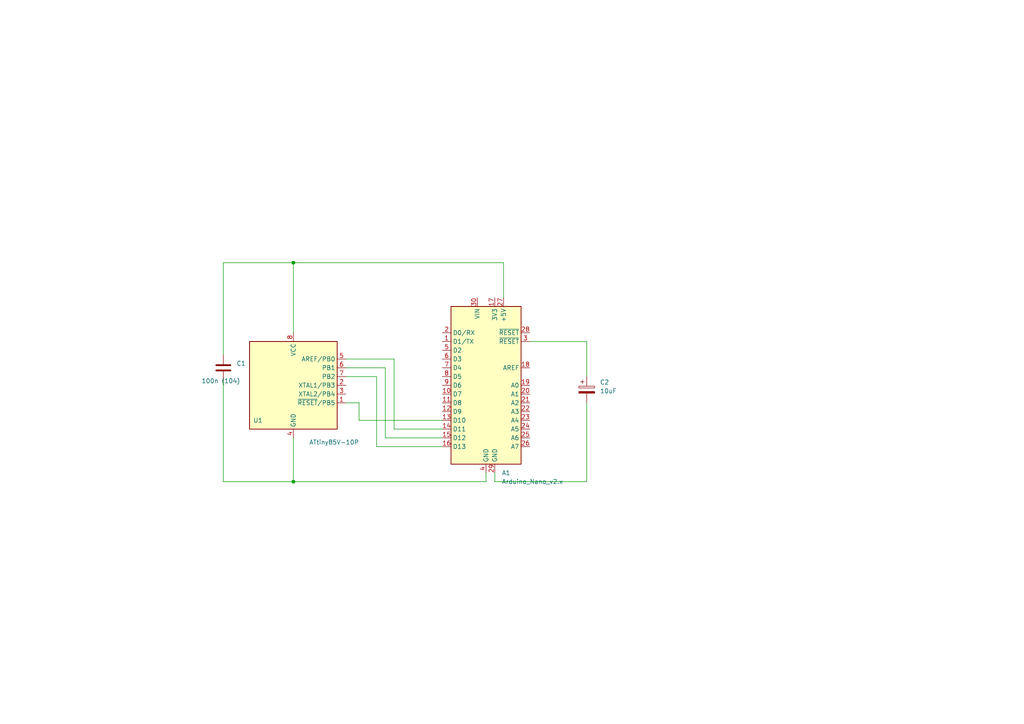
<source format=kicad_sch>
(kicad_sch (version 20211123) (generator eeschema)
  (paper "A4")
  (lib_symbols
    (symbol "Device:C" (pin_numbers hide) (pin_names (offset 0.254))
      (property "Reference" "C" (at 0.635 2.54 0))
      (property "Value" "C" (at 0.635 -2.54 0))
      (symbol "C_0_1"
        (polyline (pts (xy -2.032 -0.762) (xy 2.032 -0.762)) (stroke (width 0.508)))
        (polyline (pts (xy -2.032 0.762) (xy 2.032 0.762)) (stroke (width 0.508)))
      )
      (symbol "C_1_1"
        (pin passive line (at 0 3.81 270) (length 2.794) (name "~") (number "1"))
        (pin passive line (at 0 -3.81 90) (length 2.794) (name "~") (number "2"))
      )
    )
    (symbol "Device:C_Polarized" (pin_numbers hide) (pin_names (offset 0.254))
      (property "Reference" "C" (at 0.635 2.54 0))
      (property "Value" "C_Polarized" (at 0.635 -2.54 0))
      (symbol "C_Polarized_0_1"
        (rectangle (start -2.286 0.508) (end 2.286 1.016))
        (polyline (pts (xy -1.778 2.286) (xy -0.762 2.286)))
        (polyline (pts (xy -1.27 2.794) (xy -1.27 1.778)))
        (rectangle (start 2.286 -0.508) (end -2.286 -1.016) (fill (type outline)))
      )
      (symbol "C_Polarized_1_1"
        (pin passive line (at 0 3.81 270) (length 2.794) (name "~") (number "1"))
        (pin passive line (at 0 -3.81 90) (length 2.794) (name "~") (number "2"))
      )
    )
    (symbol "MCU_Microchip_ATtiny:ATtiny85V-10P"
      (property "Reference" "U" (at -12.7 13.97 0))
      (property "Value" "ATtiny85V-10P" (at 2.54 -13.97 0))
      (symbol "ATtiny85V-10P_0_1"
        (rectangle (start -12.7 -12.7) (end 12.7 12.7) (stroke (width 0.254)) (fill (type background)))
      )
      (symbol "ATtiny85V-10P_1_1"
        (pin bidirectional line (at 15.24 -5.08 180) (length 2.54) (name "~{RESET}/PB5") (number "1"))
        (pin bidirectional line (at 15.24 0 180) (length 2.54) (name "XTAL1/PB3") (number "2"))
        (pin bidirectional line (at 15.24 -2.54 180) (length 2.54) (name "XTAL2/PB4") (number "3"))
        (pin power_in line (at 0 -15.24 90) (length 2.54) (name "GND") (number "4"))
        (pin bidirectional line (at 15.24 7.62 180) (length 2.54) (name "AREF/PB0") (number "5"))
        (pin bidirectional line (at 15.24 5.08 180) (length 2.54) (name "PB1") (number "6"))
        (pin bidirectional line (at 15.24 2.54 180) (length 2.54) (name "PB2") (number "7"))
        (pin power_in line (at 0 15.24 270) (length 2.54) (name "VCC") (number "8"))
      )
    )
    (symbol "MCU_Module:Arduino_Nano_v2.x"
      (property "Reference" "A" (at -10.16 23.495 0))
      (property "Value" "Arduino_Nano_v2.x" (at 5.08 -24.13 0))
      (symbol "Arduino_Nano_v2.x_0_1"
        (rectangle (start -10.16 22.86) (end 10.16 -22.86) (stroke (width 0.254)) (fill (type background)))
      )
      (symbol "Arduino_Nano_v2.x_1_1"
        (pin bidirectional line (at -12.7 12.7 0) (length 2.54) (name "D1/TX") (number "1"))
        (pin bidirectional line (at -12.7 -2.54 0) (length 2.54) (name "D7") (number "10"))
        (pin bidirectional line (at -12.7 -5.08 0) (length 2.54) (name "D8") (number "11"))
        (pin bidirectional line (at -12.7 -7.62 0) (length 2.54) (name "D9") (number "12"))
        (pin bidirectional line (at -12.7 -10.16 0) (length 2.54) (name "D10") (number "13"))
        (pin bidirectional line (at -12.7 -12.7 0) (length 2.54) (name "D11") (number "14"))
        (pin bidirectional line (at -12.7 -15.24 0) (length 2.54) (name "D12") (number "15"))
        (pin bidirectional line (at -12.7 -17.78 0) (length 2.54) (name "D13") (number "16"))
        (pin power_out line (at 2.54 25.4 270) (length 2.54) (name "3V3") (number "17"))
        (pin input line (at 12.7 5.08 180) (length 2.54) (name "AREF") (number "18"))
        (pin bidirectional line (at 12.7 0 180) (length 2.54) (name "A0") (number "19"))
        (pin bidirectional line (at -12.7 15.24 0) (length 2.54) (name "D0/RX") (number "2"))
        (pin bidirectional line (at 12.7 -2.54 180) (length 2.54) (name "A1") (number "20"))
        (pin bidirectional line (at 12.7 -5.08 180) (length 2.54) (name "A2") (number "21"))
        (pin bidirectional line (at 12.7 -7.62 180) (length 2.54) (name "A3") (number "22"))
        (pin bidirectional line (at 12.7 -10.16 180) (length 2.54) (name "A4") (number "23"))
        (pin bidirectional line (at 12.7 -12.7 180) (length 2.54) (name "A5") (number "24"))
        (pin bidirectional line (at 12.7 -15.24 180) (length 2.54) (name "A6") (number "25"))
        (pin bidirectional line (at 12.7 -17.78 180) (length 2.54) (name "A7") (number "26"))
        (pin power_out line (at 5.08 25.4 270) (length 2.54) (name "+5V") (number "27"))
        (pin input line (at 12.7 15.24 180) (length 2.54) (name "~{RESET}") (number "28"))
        (pin power_in line (at 2.54 -25.4 90) (length 2.54) (name "GND") (number "29"))
        (pin input line (at 12.7 12.7 180) (length 2.54) (name "~{RESET}") (number "3"))
        (pin power_in line (at -2.54 25.4 270) (length 2.54) (name "VIN") (number "30"))
        (pin power_in line (at 0 -25.4 90) (length 2.54) (name "GND") (number "4"))
        (pin bidirectional line (at -12.7 10.16 0) (length 2.54) (name "D2") (number "5"))
        (pin bidirectional line (at -12.7 7.62 0) (length 2.54) (name "D3") (number "6"))
        (pin bidirectional line (at -12.7 5.08 0) (length 2.54) (name "D4") (number "7"))
        (pin bidirectional line (at -12.7 2.54 0) (length 2.54) (name "D5") (number "8"))
        (pin bidirectional line (at -12.7 0 0) (length 2.54) (name "D6") (number "9"))
      )
    )
  )
  (junction (at 85.09 139.7))
  (junction (at 85.09 76.2))
  (wire (pts (xy 64.77 139.7) (xy 85.09 139.7)))
  (wire (pts (xy 153.67 99.06) (xy 170.18 99.06)))
  (wire (pts (xy 128.27 127) (xy 111.76 127)))
  (wire (pts (xy 111.76 127) (xy 111.76 106.68)))
  (wire (pts (xy 85.09 127) (xy 85.09 139.7)))
  (wire (pts (xy 143.51 139.7) (xy 143.51 137.16)))
  (wire (pts (xy 114.3 124.46) (xy 128.27 124.46)))
  (wire (pts (xy 114.3 104.14) (xy 114.3 124.46)))
  (wire (pts (xy 85.09 76.2) (xy 146.05 76.2)))
  (wire (pts (xy 64.77 110.49) (xy 64.77 139.7)))
  (wire (pts (xy 100.33 106.68) (xy 111.76 106.68)))
  (wire (pts (xy 109.22 109.22) (xy 109.22 129.54)))
  (wire (pts (xy 170.18 116.84) (xy 170.18 139.7)))
  (wire (pts (xy 85.09 96.52) (xy 85.09 76.2)))
  (wire (pts (xy 170.18 99.06) (xy 170.18 109.22)))
  (wire (pts (xy 146.05 76.2) (xy 146.05 86.36)))
  (wire (pts (xy 64.77 102.87) (xy 64.77 76.2)))
  (wire (pts (xy 104.14 116.84) (xy 104.14 121.92)))
  (wire (pts (xy 64.77 76.2) (xy 85.09 76.2)))
  (wire (pts (xy 85.09 139.7) (xy 140.97 139.7)))
  (wire (pts (xy 104.14 121.92) (xy 128.27 121.92)))
  (wire (pts (xy 140.97 139.7) (xy 140.97 137.16)))
  (wire (pts (xy 100.33 116.84) (xy 104.14 116.84)))
  (wire (pts (xy 100.33 104.14) (xy 114.3 104.14)))
  (wire (pts (xy 170.18 139.7) (xy 143.51 139.7)))
  (wire (pts (xy 109.22 129.54) (xy 128.27 129.54)))
  (wire (pts (xy 100.33 109.22) (xy 109.22 109.22)))
  (symbol (lib_id "Device:C") (at 64.77 106.68 0) (unit 1)
    (property "Reference" "C1" (at 68.58 105.4099 0) (effects (justify left)))
    (property "Value" "100n (104)" (at 58.42 110.49 0) (effects (justify left)))
    (property "Footprint" "Capacitor_THT:C_Disc_D4.7mm_W2.5mm_P5.00mm" (effects hide))
  )
  (symbol (lib_id "MCU_Microchip_ATtiny:ATtiny85V-10P") (at 85.09 111.76 0) (unit 1)
    (property "Reference" "U1" (at 76.2 121.92 0) (effects (justify right)))
    (property "Value" "ATtiny85V-10P" (at 104.14 128.27 0) (effects (justify right)))
    (property "Footprint" "Package_DIP:DIP-8_W7.62mm" (effects hide))
    (property "Datasheet" "http://ww1.microchip.com/downloads/en/DeviceDoc/atmel-2586-avr-8-bit-microcontroller-attiny25-attiny45-attiny85_datasheet.pdf" (effects hide))
  )
  (symbol (lib_id "Device:C_Polarized") (at 170.18 113.03 0) (unit 1)
    (property "Reference" "C2" (at 173.99 110.8709 0) (effects (justify left)))
    (property "Value" "10uF" (at 173.99 113.4109 0) (effects (justify left)))
    (property "Footprint" "Capacitor_THT:CP_Radial_D6.3mm_P2.50mm" (effects hide))
  )
  (symbol (lib_id "MCU_Module:Arduino_Nano_v2.x") (at 140.97 111.76 0) (unit 1)
    (property "Reference" "A1" (at 145.5294 137.16 0) (effects (justify left)))
    (property "Value" "Arduino_Nano_v2.x" (at 145.5294 139.7 0) (effects (justify left)))
    (property "Footprint" "Module:Arduino_Nano" (effects hide))
    (property "Datasheet" "https://www.arduino.cc/en/uploads/Main/ArduinoNanoManual23.pdf" (effects hide))
  )
)
</source>
